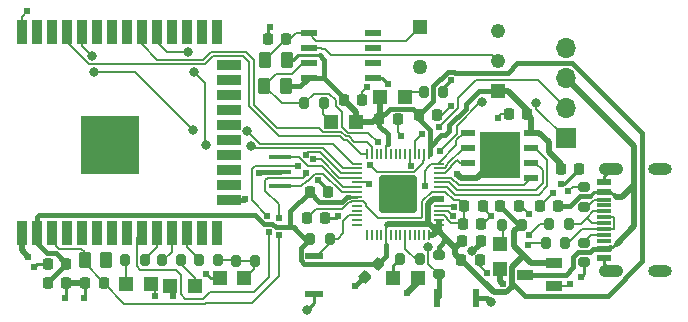
<source format=gtl>
%TF.GenerationSoftware,KiCad,Pcbnew,6.0.7-f9a2dced07~116~ubuntu20.04.1*%
%TF.CreationDate,2022-11-29T22:38:19-05:00*%
%TF.ProjectId,Final_project_no_connector,46696e61-6c5f-4707-926f-6a6563745f6e,rev?*%
%TF.SameCoordinates,Original*%
%TF.FileFunction,Copper,L1,Top*%
%TF.FilePolarity,Positive*%
%FSLAX46Y46*%
G04 Gerber Fmt 4.6, Leading zero omitted, Abs format (unit mm)*
G04 Created by KiCad (PCBNEW 6.0.7-f9a2dced07~116~ubuntu20.04.1) date 2022-11-29 22:38:19*
%MOMM*%
%LPD*%
G01*
G04 APERTURE LIST*
G04 Aperture macros list*
%AMRoundRect*
0 Rectangle with rounded corners*
0 $1 Rounding radius*
0 $2 $3 $4 $5 $6 $7 $8 $9 X,Y pos of 4 corners*
0 Add a 4 corners polygon primitive as box body*
4,1,4,$2,$3,$4,$5,$6,$7,$8,$9,$2,$3,0*
0 Add four circle primitives for the rounded corners*
1,1,$1+$1,$2,$3*
1,1,$1+$1,$4,$5*
1,1,$1+$1,$6,$7*
1,1,$1+$1,$8,$9*
0 Add four rect primitives between the rounded corners*
20,1,$1+$1,$2,$3,$4,$5,0*
20,1,$1+$1,$4,$5,$6,$7,0*
20,1,$1+$1,$6,$7,$8,$9,0*
20,1,$1+$1,$8,$9,$2,$3,0*%
G04 Aperture macros list end*
%TA.AperFunction,SMDPad,CuDef*%
%ADD10RoundRect,0.225000X-0.225000X-0.250000X0.225000X-0.250000X0.225000X0.250000X-0.225000X0.250000X0*%
%TD*%
%TA.AperFunction,SMDPad,CuDef*%
%ADD11R,1.460500X0.533400*%
%TD*%
%TA.AperFunction,SMDPad,CuDef*%
%ADD12R,1.219200X0.584200*%
%TD*%
%TA.AperFunction,SMDPad,CuDef*%
%ADD13R,3.403600X3.987800*%
%TD*%
%TA.AperFunction,ComponentPad*%
%ADD14R,1.218000X1.218000*%
%TD*%
%TA.AperFunction,ComponentPad*%
%ADD15C,1.218000*%
%TD*%
%TA.AperFunction,SMDPad,CuDef*%
%ADD16RoundRect,0.200000X0.200000X0.275000X-0.200000X0.275000X-0.200000X-0.275000X0.200000X-0.275000X0*%
%TD*%
%TA.AperFunction,SMDPad,CuDef*%
%ADD17RoundRect,0.200000X-0.200000X-0.275000X0.200000X-0.275000X0.200000X0.275000X-0.200000X0.275000X0*%
%TD*%
%TA.AperFunction,SMDPad,CuDef*%
%ADD18RoundRect,0.200000X0.275000X-0.200000X0.275000X0.200000X-0.275000X0.200000X-0.275000X-0.200000X0*%
%TD*%
%TA.AperFunction,SMDPad,CuDef*%
%ADD19R,1.200000X1.200000*%
%TD*%
%TA.AperFunction,SMDPad,CuDef*%
%ADD20R,1.900000X0.400000*%
%TD*%
%TA.AperFunction,SMDPad,CuDef*%
%ADD21RoundRect,0.225000X0.225000X0.250000X-0.225000X0.250000X-0.225000X-0.250000X0.225000X-0.250000X0*%
%TD*%
%TA.AperFunction,SMDPad,CuDef*%
%ADD22R,1.150000X0.600000*%
%TD*%
%TA.AperFunction,SMDPad,CuDef*%
%ADD23R,1.150000X0.300000*%
%TD*%
%TA.AperFunction,ComponentPad*%
%ADD24O,2.100000X1.050000*%
%TD*%
%TA.AperFunction,ComponentPad*%
%ADD25O,2.000000X1.000000*%
%TD*%
%TA.AperFunction,SMDPad,CuDef*%
%ADD26RoundRect,0.055000X0.220000X0.695000X-0.220000X0.695000X-0.220000X-0.695000X0.220000X-0.695000X0*%
%TD*%
%TA.AperFunction,SMDPad,CuDef*%
%ADD27RoundRect,0.200000X-0.275000X0.200000X-0.275000X-0.200000X0.275000X-0.200000X0.275000X0.200000X0*%
%TD*%
%TA.AperFunction,SMDPad,CuDef*%
%ADD28RoundRect,0.055000X0.695000X-0.220000X0.695000X0.220000X-0.695000X0.220000X-0.695000X-0.220000X0*%
%TD*%
%TA.AperFunction,SMDPad,CuDef*%
%ADD29R,0.900000X2.000000*%
%TD*%
%TA.AperFunction,SMDPad,CuDef*%
%ADD30R,2.000000X0.900000*%
%TD*%
%TA.AperFunction,SMDPad,CuDef*%
%ADD31R,5.000000X5.000000*%
%TD*%
%TA.AperFunction,SMDPad,CuDef*%
%ADD32RoundRect,0.250000X0.262500X0.450000X-0.262500X0.450000X-0.262500X-0.450000X0.262500X-0.450000X0*%
%TD*%
%TA.AperFunction,SMDPad,CuDef*%
%ADD33R,1.320800X0.939800*%
%TD*%
%TA.AperFunction,ComponentPad*%
%ADD34R,1.270000X1.270000*%
%TD*%
%TA.AperFunction,ComponentPad*%
%ADD35C,1.270000*%
%TD*%
%TA.AperFunction,SMDPad,CuDef*%
%ADD36RoundRect,0.225000X-0.017678X0.335876X-0.335876X0.017678X0.017678X-0.335876X0.335876X-0.017678X0*%
%TD*%
%TA.AperFunction,ComponentPad*%
%ADD37R,1.700000X1.700000*%
%TD*%
%TA.AperFunction,ComponentPad*%
%ADD38O,1.700000X1.700000*%
%TD*%
%TA.AperFunction,SMDPad,CuDef*%
%ADD39RoundRect,0.045000X-0.045000X-0.392500X0.045000X-0.392500X0.045000X0.392500X-0.045000X0.392500X0*%
%TD*%
%TA.AperFunction,SMDPad,CuDef*%
%ADD40RoundRect,0.045000X0.392500X-0.045000X0.392500X0.045000X-0.392500X0.045000X-0.392500X-0.045000X0*%
%TD*%
%TA.AperFunction,SMDPad,CuDef*%
%ADD41RoundRect,0.045000X0.045000X0.392500X-0.045000X0.392500X-0.045000X-0.392500X0.045000X-0.392500X0*%
%TD*%
%TA.AperFunction,SMDPad,CuDef*%
%ADD42RoundRect,0.045000X-0.392500X0.045000X-0.392500X-0.045000X0.392500X-0.045000X0.392500X0.045000X0*%
%TD*%
%TA.AperFunction,SMDPad,CuDef*%
%ADD43RoundRect,0.160000X-1.440000X1.440000X-1.440000X-1.440000X1.440000X-1.440000X1.440000X1.440000X0*%
%TD*%
%TA.AperFunction,ComponentPad*%
%ADD44C,0.609600*%
%TD*%
%TA.AperFunction,ViaPad*%
%ADD45C,0.609600*%
%TD*%
%TA.AperFunction,ViaPad*%
%ADD46C,0.800000*%
%TD*%
%TA.AperFunction,Conductor*%
%ADD47C,0.381000*%
%TD*%
%TA.AperFunction,Conductor*%
%ADD48C,0.203200*%
%TD*%
%TA.AperFunction,Conductor*%
%ADD49C,0.200000*%
%TD*%
%TA.AperFunction,Conductor*%
%ADD50C,0.254000*%
%TD*%
%TA.AperFunction,Conductor*%
%ADD51C,0.508000*%
%TD*%
%TA.AperFunction,Conductor*%
%ADD52C,0.250000*%
%TD*%
%TA.AperFunction,Conductor*%
%ADD53C,0.152400*%
%TD*%
G04 APERTURE END LIST*
D10*
%TO.P,C1,1*%
%TO.N,GND*%
X140195000Y-73609200D03*
%TO.P,C1,2*%
%TO.N,+3V3*%
X141745000Y-73609200D03*
%TD*%
%TO.P,C3,1*%
%TO.N,+3V3*%
X129225000Y-74041000D03*
%TO.P,C3,2*%
%TO.N,GND*%
X130775000Y-74041000D03*
%TD*%
D11*
%TO.P,U5,1,+*%
%TO.N,/Light_Sensing/AO*%
X123225850Y-66745000D03*
%TO.P,U5,2,-*%
%TO.N,Net-(RV1-Pad2)*%
X123225850Y-68015000D03*
%TO.P,U5,3*%
%TO.N,/GPIO0*%
X123225850Y-69285000D03*
%TO.P,U5,4,V+*%
%TO.N,+3V3*%
X123225850Y-70555000D03*
%TO.P,U5,5,V-*%
%TO.N,GND*%
X128674150Y-70555000D03*
%TO.P,U5,6*%
%TO.N,N/C*%
X128674150Y-69285000D03*
%TO.P,U5,7*%
X128674150Y-68015000D03*
%TO.P,U5,8*%
X128674150Y-66745000D03*
%TD*%
D10*
%TO.P,C11,1*%
%TO.N,Net-(C10-Pad1)*%
X136409000Y-81400000D03*
%TO.P,C11,2*%
%TO.N,GND*%
X137959000Y-81400000D03*
%TD*%
%TO.P,C10,1*%
%TO.N,Net-(C10-Pad1)*%
X123075000Y-82450000D03*
%TO.P,C10,2*%
%TO.N,GND*%
X124625000Y-82450000D03*
%TD*%
%TO.P,C16,1*%
%TO.N,+3V3*%
X101166000Y-87900000D03*
%TO.P,C16,2*%
%TO.N,GND*%
X102716000Y-87900000D03*
%TD*%
D12*
%TO.P,U3,1,~{CS}*%
%TO.N,/BOOT*%
X136707600Y-75195000D03*
%TO.P,U3,2,DO/IO1*%
%TO.N,Net-(U1-Pad55)*%
X136707600Y-76465000D03*
%TO.P,U3,3,~{WP}/IO2*%
%TO.N,Net-(U1-Pad54)*%
X136707600Y-77735000D03*
%TO.P,U3,4,GND*%
%TO.N,GND*%
X136707600Y-79005000D03*
%TO.P,U3,5,DI/IO0*%
%TO.N,Net-(U1-Pad53)*%
X142092400Y-79005000D03*
%TO.P,U3,6,SCK*%
%TO.N,Net-(U1-Pad52)*%
X142092400Y-77735000D03*
%TO.P,U3,7,~{HOLD}/IO3*%
%TO.N,Net-(U1-Pad51)*%
X142092400Y-76465000D03*
%TO.P,U3,8,VDD*%
%TO.N,+3V3*%
X142092400Y-75195000D03*
D13*
%TO.P,U3,9,EP*%
%TO.N,GND*%
X139400000Y-77100000D03*
%TD*%
D14*
%TO.P,RV1,1,1*%
%TO.N,+3V3*%
X139270000Y-71640000D03*
D15*
%TO.P,RV1,2,2*%
%TO.N,Net-(RV1-Pad2)*%
X139270000Y-69100000D03*
%TO.P,RV1,3,3*%
%TO.N,GND*%
X139270000Y-66560000D03*
%TD*%
D16*
%TO.P,R11,1*%
%TO.N,/WiFi_Module/GREEN*%
X109360000Y-86000000D03*
%TO.P,R11,2*%
%TO.N,Net-(D4-Pad2)*%
X107710000Y-86000000D03*
%TD*%
%TO.P,R6,1*%
%TO.N,Net-(J1-PadA6)*%
X145274800Y-82931000D03*
%TO.P,R6,2*%
%TO.N,Net-(R6-Pad2)*%
X143624800Y-82931000D03*
%TD*%
D10*
%TO.P,C14,1*%
%TO.N,GND*%
X104325000Y-87900000D03*
%TO.P,C14,2*%
%TO.N,/GPIO15*%
X105875000Y-87900000D03*
%TD*%
D16*
%TO.P,R8,1*%
%TO.N,+3V3*%
X141290000Y-83000000D03*
%TO.P,R8,2*%
%TO.N,Net-(D2-Pad2)*%
X139640000Y-83000000D03*
%TD*%
D17*
%TO.P,R10,1*%
%TO.N,/WiFi_Module/RED*%
X110810000Y-86000000D03*
%TO.P,R10,2*%
%TO.N,Net-(D3-Pad2)*%
X112460000Y-86000000D03*
%TD*%
D18*
%TO.P,R3,1*%
%TO.N,/BOOT*%
X134239000Y-87185000D03*
%TO.P,R3,2*%
%TO.N,+3V3*%
X134239000Y-85535000D03*
%TD*%
D16*
%TO.P,R7,1*%
%TO.N,/GPIO25*%
X132625000Y-85852000D03*
%TO.P,R7,2*%
%TO.N,Net-(D1-Pad2)*%
X130975000Y-85852000D03*
%TD*%
D19*
%TO.P,D2,1,K*%
%TO.N,GND*%
X139400000Y-86750000D03*
%TO.P,D2,2,A*%
%TO.N,Net-(D2-Pad2)*%
X139400000Y-84650000D03*
%TD*%
%TO.P,D7,1,K*%
%TO.N,Net-(D7-Pad1)*%
X125150000Y-74300000D03*
%TO.P,D7,2,A*%
%TO.N,+3V3*%
X127250000Y-74300000D03*
%TD*%
D10*
%TO.P,C4,1*%
%TO.N,+3V3*%
X123325000Y-80200000D03*
%TO.P,C4,2*%
%TO.N,GND*%
X124875000Y-80200000D03*
%TD*%
D17*
%TO.P,R12,1*%
%TO.N,/WiFi_Module/BLUE*%
X113910000Y-86000000D03*
%TO.P,R12,2*%
%TO.N,Net-(D5-Pad2)*%
X115560000Y-86000000D03*
%TD*%
D20*
%TO.P,Y1,1,1*%
%TO.N,Net-(U1-Pad20)*%
X120777000Y-77286000D03*
%TO.P,Y1,2,2*%
%TO.N,GND*%
X120777000Y-78486000D03*
%TO.P,Y1,3,3*%
%TO.N,Net-(U1-Pad21)*%
X120777000Y-79686000D03*
%TD*%
D10*
%TO.P,C13,1*%
%TO.N,+3V3*%
X144614600Y-78257400D03*
%TO.P,C13,2*%
%TO.N,GND*%
X146164600Y-78257400D03*
%TD*%
D21*
%TO.P,C17,1*%
%TO.N,GND*%
X127775000Y-72390000D03*
%TO.P,C17,2*%
%TO.N,+3V3*%
X126225000Y-72390000D03*
%TD*%
D22*
%TO.P,J1,A1B12,GND*%
%TO.N,GND*%
X148248000Y-85800800D03*
%TO.P,J1,A4B9,VBUS*%
%TO.N,/VBUS*%
X148248000Y-85000800D03*
D23*
%TO.P,J1,A5,CC1*%
%TO.N,Net-(J1-PadA5)*%
X148248000Y-83850800D03*
%TO.P,J1,A6,D+*%
%TO.N,Net-(J1-PadA6)*%
X148248000Y-82850800D03*
%TO.P,J1,A7,D-*%
%TO.N,Net-(J1-PadA7)*%
X148248000Y-82350800D03*
%TO.P,J1,A8,SBU1*%
%TO.N,unconnected-(J1-PadA8)*%
X148248000Y-81350800D03*
D22*
%TO.P,J1,B1A12,GND*%
%TO.N,GND*%
X148248000Y-79400800D03*
%TO.P,J1,B4A9,VBUS*%
%TO.N,/VBUS*%
X148248000Y-80200800D03*
D23*
%TO.P,J1,B5,CC2*%
%TO.N,Net-(J1-PadB5)*%
X148248000Y-80850800D03*
%TO.P,J1,B6,D+*%
%TO.N,Net-(J1-PadA6)*%
X148248000Y-81850800D03*
%TO.P,J1,B7,D-*%
%TO.N,Net-(J1-PadA7)*%
X148248000Y-83350800D03*
%TO.P,J1,B8,SBU2*%
%TO.N,unconnected-(J1-PadB8)*%
X148248000Y-84350800D03*
D24*
%TO.P,J1,S1,SHELL*%
%TO.N,GND*%
X148823000Y-86920800D03*
D25*
%TO.P,J1,S2,SHELL*%
X153003000Y-86920800D03*
%TO.P,J1,S3,SHELL*%
X153003000Y-78280800D03*
D24*
%TO.P,J1,S4,SHELL*%
X148823000Y-78280800D03*
%TD*%
D10*
%TO.P,C8,1*%
%TO.N,+3V3*%
X136252800Y-84400000D03*
%TO.P,C8,2*%
%TO.N,GND*%
X137802800Y-84400000D03*
%TD*%
D26*
%TO.P,S2,1,1*%
%TO.N,GND*%
X137388000Y-89154000D03*
%TO.P,S2,2,2*%
%TO.N,/BOOT*%
X134138000Y-89154000D03*
%TD*%
D27*
%TO.P,R4,1*%
%TO.N,Net-(J1-PadA5)*%
X146507200Y-84519000D03*
%TO.P,R4,2*%
%TO.N,GND*%
X146507200Y-86169000D03*
%TD*%
D28*
%TO.P,S1,1,1*%
%TO.N,GND*%
X123650000Y-88875000D03*
%TO.P,S1,2,2*%
%TO.N,/RUN*%
X123650000Y-85625000D03*
%TD*%
D18*
%TO.P,R1,1*%
%TO.N,Net-(J1-PadB5)*%
X146558000Y-81444600D03*
%TO.P,R1,2*%
%TO.N,GND*%
X146558000Y-79794600D03*
%TD*%
D17*
%TO.P,R13,1*%
%TO.N,Net-(D5-Pad2)*%
X117060000Y-86050000D03*
%TO.P,R13,2*%
X118710000Y-86050000D03*
%TD*%
D29*
%TO.P,U4,1,GND*%
%TO.N,GND*%
X98940000Y-83700000D03*
%TO.P,U4,2,3V3*%
%TO.N,+3V3*%
X100210000Y-83700000D03*
%TO.P,U4,3,EN*%
%TO.N,/GPIO15*%
X101480000Y-83700000D03*
%TO.P,U4,4,SENSOR_VP*%
%TO.N,unconnected-(U4-Pad4)*%
X102750000Y-83700000D03*
%TO.P,U4,5,SENSOR_VN*%
%TO.N,unconnected-(U4-Pad5)*%
X104020000Y-83700000D03*
%TO.P,U4,6,IO34*%
%TO.N,unconnected-(U4-Pad6)*%
X105290000Y-83700000D03*
%TO.P,U4,7,IO35*%
%TO.N,unconnected-(U4-Pad7)*%
X106560000Y-83700000D03*
%TO.P,U4,8,IO32*%
%TO.N,unconnected-(U4-Pad8)*%
X107830000Y-83700000D03*
%TO.P,U4,9,IO33*%
%TO.N,/GPIO14*%
X109100000Y-83700000D03*
%TO.P,U4,10,IO25*%
%TO.N,/WiFi_Module/GREEN*%
X110370000Y-83700000D03*
%TO.P,U4,11,IO26*%
%TO.N,/WiFi_Module/RED*%
X111640000Y-83700000D03*
%TO.P,U4,12,IO27*%
%TO.N,/WiFi_Module/BLUE*%
X112910000Y-83700000D03*
%TO.P,U4,13,IO14*%
%TO.N,unconnected-(U4-Pad13)*%
X114180000Y-83700000D03*
%TO.P,U4,14,IO12*%
%TO.N,unconnected-(U4-Pad14)*%
X115450000Y-83700000D03*
D30*
%TO.P,U4,15,GND*%
%TO.N,GND*%
X116450000Y-80915000D03*
%TO.P,U4,16,IO13*%
%TO.N,unconnected-(U4-Pad16)*%
X116450000Y-79645000D03*
%TO.P,U4,17,SHD/SD2*%
%TO.N,unconnected-(U4-Pad17)*%
X116450000Y-78375000D03*
%TO.P,U4,18,SWP/SD3*%
%TO.N,unconnected-(U4-Pad18)*%
X116450000Y-77105000D03*
%TO.P,U4,19,SCS/CMD*%
%TO.N,unconnected-(U4-Pad19)*%
X116450000Y-75835000D03*
%TO.P,U4,20,SCK/CLK*%
%TO.N,unconnected-(U4-Pad20)*%
X116450000Y-74565000D03*
%TO.P,U4,21,SDO/SD0*%
%TO.N,unconnected-(U4-Pad21)*%
X116450000Y-73295000D03*
%TO.P,U4,22,SDI/SD1*%
%TO.N,unconnected-(U4-Pad22)*%
X116450000Y-72025000D03*
%TO.P,U4,23,IO15*%
%TO.N,unconnected-(U4-Pad23)*%
X116450000Y-70755000D03*
%TO.P,U4,24,IO2*%
%TO.N,unconnected-(U4-Pad24)*%
X116450000Y-69485000D03*
D29*
%TO.P,U4,25,IO0*%
%TO.N,unconnected-(U4-Pad25)*%
X115450000Y-66700000D03*
%TO.P,U4,26,IO4*%
%TO.N,unconnected-(U4-Pad26)*%
X114180000Y-66700000D03*
%TO.P,U4,27,IO16*%
%TO.N,unconnected-(U4-Pad27)*%
X112910000Y-66700000D03*
%TO.P,U4,28,IO17*%
%TO.N,unconnected-(U4-Pad28)*%
X111640000Y-66700000D03*
%TO.P,U4,29,IO5*%
%TO.N,/GPIO13*%
X110370000Y-66700000D03*
%TO.P,U4,30,IO18*%
%TO.N,/GPIO10*%
X109100000Y-66700000D03*
%TO.P,U4,31,IO19*%
%TO.N,unconnected-(U4-Pad31)*%
X107830000Y-66700000D03*
%TO.P,U4,32,NC*%
%TO.N,unconnected-(U4-Pad32)*%
X106560000Y-66700000D03*
%TO.P,U4,33,IO21*%
%TO.N,unconnected-(U4-Pad33)*%
X105290000Y-66700000D03*
%TO.P,U4,34,RXD0*%
%TO.N,/GPIO12*%
X104020000Y-66700000D03*
%TO.P,U4,35,TXD0*%
%TO.N,/GPIO11*%
X102750000Y-66700000D03*
%TO.P,U4,36,IO22*%
%TO.N,unconnected-(U4-Pad36)*%
X101480000Y-66700000D03*
%TO.P,U4,37,IO23*%
%TO.N,unconnected-(U4-Pad37)*%
X100210000Y-66700000D03*
%TO.P,U4,38,GND*%
%TO.N,GND*%
X98940000Y-66700000D03*
D31*
%TO.P,U4,39_1,GND*%
X106440000Y-76200000D03*
%TD*%
D19*
%TO.P,D6,1,K*%
%TO.N,Net-(D6-Pad1)*%
X131350000Y-72150000D03*
%TO.P,D6,2,A*%
%TO.N,+3V3*%
X129250000Y-72150000D03*
%TD*%
D32*
%TO.P,R16,1*%
%TO.N,+3V3*%
X121312500Y-71250000D03*
%TO.P,R16,2*%
%TO.N,/GPIO0*%
X119487500Y-71250000D03*
%TD*%
%TO.P,R9,1*%
%TO.N,+3.3V*%
X106112500Y-86000000D03*
%TO.P,R9,2*%
%TO.N,/GPIO15*%
X104287500Y-86000000D03*
%TD*%
D16*
%TO.P,R5,1*%
%TO.N,Net-(J1-PadA7)*%
X144970000Y-84531200D03*
%TO.P,R5,2*%
%TO.N,Net-(R5-Pad2)*%
X143320000Y-84531200D03*
%TD*%
D10*
%TO.P,C18,1*%
%TO.N,GND*%
X119798800Y-67284600D03*
%TO.P,C18,2*%
%TO.N,/Light_Sensing/AO*%
X121348800Y-67284600D03*
%TD*%
%TO.P,C12,1*%
%TO.N,GND*%
X142784000Y-81400000D03*
%TO.P,C12,2*%
%TO.N,/VBUS*%
X144334000Y-81400000D03*
%TD*%
D33*
%TO.P,U2,1,GND*%
%TO.N,GND*%
X143968600Y-88148201D03*
%TO.P,U2,2,VOUT*%
%TO.N,+3V3*%
X143968600Y-86248199D03*
%TO.P,U2,3,VIN*%
%TO.N,/VBUS*%
X141578200Y-87198200D03*
%TD*%
D16*
%TO.P,R17,1*%
%TO.N,Net-(D7-Pad1)*%
X124525000Y-72700000D03*
%TO.P,R17,2*%
%TO.N,/GPIO0*%
X122875000Y-72700000D03*
%TD*%
D21*
%TO.P,C15,1*%
%TO.N,+3V3*%
X102675000Y-86300000D03*
%TO.P,C15,2*%
%TO.N,GND*%
X101125000Y-86300000D03*
%TD*%
D10*
%TO.P,C9,1*%
%TO.N,Net-(C10-Pad1)*%
X136275000Y-82900000D03*
%TO.P,C9,2*%
%TO.N,GND*%
X137825000Y-82900000D03*
%TD*%
%TO.P,C6,1*%
%TO.N,+3V3*%
X136175000Y-85950000D03*
%TO.P,C6,2*%
%TO.N,GND*%
X137725000Y-85950000D03*
%TD*%
D34*
%TO.P,R18,1*%
%TO.N,/Light_Sensing/AO*%
X132638800Y-66268600D03*
D35*
%TO.P,R18,2*%
%TO.N,GND*%
X132638800Y-69668601D03*
%TD*%
D36*
%TO.P,C5,1*%
%TO.N,+3V3*%
X129098008Y-86301992D03*
%TO.P,C5,2*%
%TO.N,GND*%
X128001992Y-87398008D03*
%TD*%
D10*
%TO.P,C7,1*%
%TO.N,+3V3*%
X139458400Y-81400000D03*
%TO.P,C7,2*%
%TO.N,GND*%
X141008400Y-81400000D03*
%TD*%
D19*
%TO.P,D4,1,K*%
%TO.N,GND*%
X109889000Y-88011000D03*
%TO.P,D4,2,A*%
%TO.N,Net-(D4-Pad2)*%
X107789000Y-88011000D03*
%TD*%
D37*
%TO.P,J2,1,Pin_1*%
%TO.N,/GPIO3*%
X145000000Y-75650000D03*
D38*
%TO.P,J2,2,Pin_2*%
%TO.N,/GPIO2*%
X145000000Y-73110000D03*
%TO.P,J2,3,Pin_3*%
%TO.N,/VBUS*%
X145000000Y-70570000D03*
%TO.P,J2,4,Pin_4*%
%TO.N,GND*%
X145000000Y-68030000D03*
%TD*%
D19*
%TO.P,D3,1,K*%
%TO.N,GND*%
X111472000Y-88138000D03*
%TO.P,D3,2,A*%
%TO.N,Net-(D3-Pad2)*%
X113572000Y-88138000D03*
%TD*%
D32*
%TO.P,R15,1*%
%TO.N,+3V3*%
X121359300Y-69037200D03*
%TO.P,R15,2*%
%TO.N,/Light_Sensing/AO*%
X119534300Y-69037200D03*
%TD*%
D19*
%TO.P,D5,1,K*%
%TO.N,GND*%
X115688400Y-87528400D03*
%TO.P,D5,2,A*%
%TO.N,Net-(D5-Pad2)*%
X117788400Y-87528400D03*
%TD*%
D17*
%TO.P,R14,1*%
%TO.N,Net-(D6-Pad1)*%
X132975000Y-71755000D03*
%TO.P,R14,2*%
%TO.N,GND*%
X134625000Y-71755000D03*
%TD*%
D16*
%TO.P,R2,1*%
%TO.N,/RUN*%
X125025000Y-84150000D03*
%TO.P,R2,2*%
%TO.N,+3V3*%
X123375000Y-84150000D03*
%TD*%
D10*
%TO.P,C2,1*%
%TO.N,+3V3*%
X132575000Y-73660000D03*
%TO.P,C2,2*%
%TO.N,GND*%
X134125000Y-73660000D03*
%TD*%
D19*
%TO.P,D1,1,K*%
%TO.N,GND*%
X132495000Y-87503000D03*
%TO.P,D1,2,A*%
%TO.N,Net-(D1-Pad2)*%
X130395000Y-87503000D03*
%TD*%
D39*
%TO.P,U1,1,IOVDD*%
%TO.N,+3V3*%
X133400000Y-76962500D03*
%TO.P,U1,2,GPIO0*%
%TO.N,/GPIO0*%
X133000000Y-76962500D03*
%TO.P,U1,3,GPIO1*%
%TO.N,/GPIO1*%
X132600000Y-76962500D03*
%TO.P,U1,4,GPIO2*%
%TO.N,/GPIO2*%
X132200000Y-76962500D03*
%TO.P,U1,5,GPIO3*%
%TO.N,/GPIO3*%
X131800000Y-76962500D03*
%TO.P,U1,6,GPIO4*%
%TO.N,/GPIO4*%
X131400000Y-76962500D03*
%TO.P,U1,7,GPIO5*%
%TO.N,/GPIO5*%
X131000000Y-76962500D03*
%TO.P,U1,8,GPIO6*%
%TO.N,/GPIO6*%
X130600000Y-76962500D03*
%TO.P,U1,9,GPIO7*%
%TO.N,/GPIO7*%
X130200000Y-76962500D03*
%TO.P,U1,10,IOVDD*%
%TO.N,+3V3*%
X129800000Y-76962500D03*
%TO.P,U1,11,GPIO8*%
%TO.N,/GPIO8*%
X129400000Y-76962500D03*
%TO.P,U1,12,GPIO9*%
%TO.N,/GPIO9*%
X129000000Y-76962500D03*
%TO.P,U1,13,GPIO10*%
%TO.N,/GPIO10*%
X128600000Y-76962500D03*
%TO.P,U1,14,GPIO11*%
%TO.N,/GPIO11*%
X128200000Y-76962500D03*
D40*
%TO.P,U1,15,GPIO12*%
%TO.N,/GPIO12*%
X127362500Y-77800000D03*
%TO.P,U1,16,GPIO13*%
%TO.N,/GPIO13*%
X127362500Y-78200000D03*
%TO.P,U1,17,GPIO14*%
%TO.N,/GPIO14*%
X127362500Y-78600000D03*
%TO.P,U1,18,GPIO15*%
%TO.N,/GPIO15*%
X127362500Y-79000000D03*
%TO.P,U1,19,TESTEN*%
%TO.N,GND*%
X127362500Y-79400000D03*
%TO.P,U1,20,XIN*%
%TO.N,Net-(U1-Pad20)*%
X127362500Y-79800000D03*
%TO.P,U1,21,XOUT*%
%TO.N,Net-(U1-Pad21)*%
X127362500Y-80200000D03*
%TO.P,U1,22,IOVDD*%
%TO.N,+3V3*%
X127362500Y-80600000D03*
%TO.P,U1,23,DVDD*%
%TO.N,Net-(C10-Pad1)*%
X127362500Y-81000000D03*
%TO.P,U1,24,SWCLK*%
%TO.N,/SWCLK*%
X127362500Y-81400000D03*
%TO.P,U1,25,SWDIO*%
%TO.N,/SWDIO*%
X127362500Y-81800000D03*
%TO.P,U1,26,RUN*%
%TO.N,/RUN*%
X127362500Y-82200000D03*
%TO.P,U1,27,GPIO16*%
%TO.N,/GPIO16*%
X127362500Y-82600000D03*
%TO.P,U1,28,GPIO17*%
%TO.N,/GPIO17*%
X127362500Y-83000000D03*
D41*
%TO.P,U1,29,GPIO18*%
%TO.N,/GPIO18*%
X128200000Y-83837500D03*
%TO.P,U1,30,GPIO19*%
%TO.N,/GPIO19*%
X128600000Y-83837500D03*
%TO.P,U1,31,GPIO20*%
%TO.N,/GPIO20*%
X129000000Y-83837500D03*
%TO.P,U1,32,GPIO21*%
%TO.N,/GPIO21*%
X129400000Y-83837500D03*
%TO.P,U1,33,IOVDD*%
%TO.N,+3V3*%
X129800000Y-83837500D03*
%TO.P,U1,34,GPIO22*%
%TO.N,/GPIO22*%
X130200000Y-83837500D03*
%TO.P,U1,35,GPIO23*%
%TO.N,/GPIO23*%
X130600000Y-83837500D03*
%TO.P,U1,36,GPIO24*%
%TO.N,/GPIO24*%
X131000000Y-83837500D03*
%TO.P,U1,37,GPIO25*%
%TO.N,/GPIO25*%
X131400000Y-83837500D03*
%TO.P,U1,38,GPIO26/ADC0*%
%TO.N,/GPIO26*%
X131800000Y-83837500D03*
%TO.P,U1,39,GPIO27/ADC1*%
%TO.N,/GPIO27*%
X132200000Y-83837500D03*
%TO.P,U1,40,GPIO28/ADC2*%
%TO.N,/GPIO28*%
X132600000Y-83837500D03*
%TO.P,U1,41,GPIO29/ADC3*%
%TO.N,/GPIO29*%
X133000000Y-83837500D03*
%TO.P,U1,42,IOVDD*%
%TO.N,+3V3*%
X133400000Y-83837500D03*
D42*
%TO.P,U1,43,ADC_AVDD*%
X134237500Y-83000000D03*
%TO.P,U1,44,VREG_VIN*%
X134237500Y-82600000D03*
%TO.P,U1,45,VREG_VOUT*%
%TO.N,Net-(C10-Pad1)*%
X134237500Y-82200000D03*
%TO.P,U1,46,USB_D-*%
%TO.N,Net-(R5-Pad2)*%
X134237500Y-81800000D03*
%TO.P,U1,47,USB_D+*%
%TO.N,Net-(R6-Pad2)*%
X134237500Y-81400000D03*
%TO.P,U1,48,USB_VDD*%
%TO.N,+3V3*%
X134237500Y-81000000D03*
%TO.P,U1,49,IOVDD*%
X134237500Y-80600000D03*
%TO.P,U1,50,DVDD*%
%TO.N,Net-(C10-Pad1)*%
X134237500Y-80200000D03*
%TO.P,U1,51,QSPI_SD3*%
%TO.N,Net-(U1-Pad51)*%
X134237500Y-79800000D03*
%TO.P,U1,52,QSPI_SCLK*%
%TO.N,Net-(U1-Pad52)*%
X134237500Y-79400000D03*
%TO.P,U1,53,QSPI_SD0*%
%TO.N,Net-(U1-Pad53)*%
X134237500Y-79000000D03*
%TO.P,U1,54,QSPI_SD2*%
%TO.N,Net-(U1-Pad54)*%
X134237500Y-78600000D03*
%TO.P,U1,55,QSPI_SD1*%
%TO.N,Net-(U1-Pad55)*%
X134237500Y-78200000D03*
%TO.P,U1,56,~{QSPI_CS}*%
%TO.N,/BOOT*%
X134237500Y-77800000D03*
D43*
%TO.P,U1,57,GND*%
%TO.N,GND*%
X130800000Y-80400000D03*
D44*
X130000000Y-79600000D03*
X130000000Y-81200000D03*
X131600000Y-79600000D03*
X131600000Y-81200000D03*
%TD*%
D45*
%TO.N,GND*%
X105537000Y-78054200D03*
X138650000Y-82250000D03*
D46*
X138684000Y-89535000D03*
D45*
X104698800Y-77190600D03*
X144627600Y-79552800D03*
X145364200Y-87985600D03*
X99491800Y-85674200D03*
X104216200Y-89154000D03*
X135810034Y-78655423D03*
X125714852Y-82264852D03*
X145231486Y-80156686D03*
X105765600Y-74523600D03*
X139649200Y-87960200D03*
X128192397Y-71338058D03*
X128371600Y-79502000D03*
X124000071Y-79209429D03*
X111785400Y-88976200D03*
X102590600Y-89179400D03*
X108305600Y-75387200D03*
X143916400Y-80264000D03*
X131572000Y-88773000D03*
X106426000Y-75311000D03*
X131064000Y-75438000D03*
X110210600Y-88976200D03*
X114554000Y-87122000D03*
X107442000Y-74523600D03*
X141884400Y-82042000D03*
X119066700Y-78629900D03*
X108381800Y-77190600D03*
X146304000Y-87376000D03*
X119964200Y-66217800D03*
X106426000Y-76911200D03*
X127152400Y-88188800D03*
D46*
X123063000Y-90170000D03*
D45*
X104622600Y-75463400D03*
X139242800Y-73914000D03*
X117858100Y-80838426D03*
X99949000Y-86588600D03*
X135289098Y-70722298D03*
X135255000Y-72898000D03*
X105613200Y-76225400D03*
X107365800Y-76225400D03*
X129943800Y-71043800D03*
X99390200Y-64922400D03*
X138344000Y-87055600D03*
X107365800Y-78028800D03*
D46*
X137080885Y-85212219D03*
D45*
%TO.N,/GPIO15*%
X123631566Y-77458971D03*
X120700800Y-83870800D03*
X120700800Y-82448400D03*
X122986800Y-78638400D03*
D46*
%TO.N,/GPIO3*%
X142494000Y-72644000D03*
D45*
X131927600Y-78028800D03*
X134315200Y-76758800D03*
D46*
X137927017Y-72624656D03*
D45*
%TO.N,/GPIO2*%
X134242988Y-74698337D03*
X132791200Y-75285600D03*
D46*
%TO.N,/BOOT*%
X133311479Y-84873029D03*
D45*
X133049533Y-79706266D03*
%TO.N,Net-(R5-Pad2)*%
X141776757Y-84680599D03*
X135480282Y-82273876D03*
%TO.N,Net-(R6-Pad2)*%
X135502300Y-81508600D03*
X141857899Y-83875575D03*
%TO.N,/GPIO0*%
X129082800Y-75996800D03*
X128398196Y-77897483D03*
D46*
%TO.N,/GPIO12*%
X118047649Y-75062094D03*
X104902000Y-68724300D03*
X105029000Y-70075700D03*
X113411000Y-74930000D03*
%TO.N,/GPIO13*%
X113022302Y-68318302D03*
X113538000Y-70075700D03*
X118364000Y-76327000D03*
X114579400Y-76200000D03*
D45*
%TO.N,/GPIO14*%
X119888000Y-83566000D03*
X122326400Y-77978000D03*
X119735600Y-82245200D03*
X122982961Y-77059975D03*
%TD*%
D47*
%TO.N,GND*%
X128001992Y-87398008D02*
X127943192Y-87398008D01*
D48*
X130775000Y-75149000D02*
X131064000Y-75438000D01*
D47*
X117781526Y-80915000D02*
X117858100Y-80838426D01*
D49*
X139547600Y-73609200D02*
X139242800Y-73914000D01*
X107340400Y-76200000D02*
X107365800Y-76225400D01*
D50*
X144869200Y-79552800D02*
X144627600Y-79552800D01*
D49*
X98940000Y-65372600D02*
X99390200Y-64922400D01*
D51*
X137495000Y-79005000D02*
X136707600Y-79005000D01*
D48*
X111472000Y-88138000D02*
X111472000Y-88662800D01*
D49*
X105638600Y-76200000D02*
X105613200Y-76225400D01*
D52*
X104325000Y-87900000D02*
X104325000Y-89045200D01*
X124875000Y-80200000D02*
X124875000Y-80084358D01*
X124875000Y-80084358D02*
X124000071Y-79209429D01*
X104325000Y-89045200D02*
X104216200Y-89154000D01*
D51*
X131572000Y-88773000D02*
X132495000Y-87850000D01*
D52*
X134625000Y-71386396D02*
X135289098Y-70722298D01*
D51*
X132495000Y-87850000D02*
X132495000Y-87503000D01*
D49*
X137959000Y-81400000D02*
X137959000Y-81559000D01*
D48*
X130775000Y-74041000D02*
X130775000Y-75149000D01*
D50*
X148248000Y-86345800D02*
X148823000Y-86920800D01*
D49*
X106440000Y-75325000D02*
X106426000Y-75311000D01*
D52*
X129455000Y-70555000D02*
X129943800Y-71043800D01*
D49*
X146558000Y-79794600D02*
X145593572Y-79794600D01*
X140195000Y-73609200D02*
X139547600Y-73609200D01*
D47*
X137388000Y-89154000D02*
X138303000Y-89154000D01*
D50*
X146164600Y-78257400D02*
X144869200Y-79552800D01*
D47*
X127943192Y-87398008D02*
X127152400Y-88188800D01*
X116450000Y-80915000D02*
X117781526Y-80915000D01*
D49*
X128192397Y-71338058D02*
X127775000Y-71755455D01*
D50*
X146507200Y-86169000D02*
X146507200Y-87172800D01*
D52*
X134625000Y-71755000D02*
X134625000Y-71386396D01*
D51*
X136707600Y-79005000D02*
X136159611Y-79005000D01*
D50*
X148248000Y-78855800D02*
X148823000Y-78280800D01*
D52*
X100237600Y-86300000D02*
X99949000Y-86588600D01*
X101125000Y-86300000D02*
X100237600Y-86300000D01*
D49*
X127362500Y-79400000D02*
X128269600Y-79400000D01*
X145593572Y-79794600D02*
X145231486Y-80156686D01*
X141242400Y-81400000D02*
X141884400Y-82042000D01*
D50*
X148248000Y-79400800D02*
X148248000Y-78855800D01*
D47*
X120777000Y-78486000D02*
X119210600Y-78486000D01*
D49*
X137959000Y-81559000D02*
X138650000Y-82250000D01*
D51*
X139400000Y-77100000D02*
X137495000Y-79005000D01*
D52*
X128674150Y-70555000D02*
X129455000Y-70555000D01*
D49*
X127775000Y-71755455D02*
X127775000Y-72390000D01*
D47*
X137825000Y-82900000D02*
X138000000Y-82900000D01*
D52*
X102716000Y-89054000D02*
X102590600Y-89179400D01*
X125529704Y-82450000D02*
X124625000Y-82450000D01*
D49*
X143968600Y-88148201D02*
X145201599Y-88148201D01*
X137725000Y-86436600D02*
X138344000Y-87055600D01*
D48*
X110210600Y-88976200D02*
X110210600Y-88332600D01*
D49*
X137725000Y-85950000D02*
X137725000Y-86436600D01*
D48*
X111472000Y-88662800D02*
X111785400Y-88976200D01*
D47*
X137802800Y-84490304D02*
X137080885Y-85212219D01*
D50*
X114960400Y-87528400D02*
X115688400Y-87528400D01*
D52*
X119798800Y-66383200D02*
X119964200Y-66217800D01*
D50*
X148248000Y-85800800D02*
X148248000Y-86345800D01*
X114554000Y-87122000D02*
X114960400Y-87528400D01*
D51*
X139400000Y-86750000D02*
X139400000Y-87711000D01*
X98940000Y-85122400D02*
X99491800Y-85674200D01*
D47*
X138303000Y-89154000D02*
X138684000Y-89535000D01*
D50*
X123650000Y-88875000D02*
X123650000Y-89583000D01*
X123650000Y-89583000D02*
X123063000Y-90170000D01*
D49*
X142784000Y-81396400D02*
X143916400Y-80264000D01*
X98940000Y-66700000D02*
X98940000Y-65372600D01*
X134493000Y-73660000D02*
X134125000Y-73660000D01*
D51*
X104272200Y-87900000D02*
X102700000Y-87900000D01*
D47*
X137802800Y-84400000D02*
X137802800Y-84490304D01*
D49*
X142784000Y-81400000D02*
X142784000Y-81396400D01*
D52*
X102716000Y-87900000D02*
X102716000Y-89054000D01*
D51*
X139400000Y-87711000D02*
X139649200Y-87960200D01*
D47*
X119210600Y-78486000D02*
X119066700Y-78629900D01*
D49*
X145201599Y-88148201D02*
X145364200Y-87985600D01*
D51*
X137734000Y-84521600D02*
X137855600Y-84400000D01*
X136159611Y-79005000D02*
X135810034Y-78655423D01*
D50*
X146507200Y-87172800D02*
X146304000Y-87376000D01*
D53*
X138000000Y-82900000D02*
X138650000Y-82250000D01*
D51*
X98940000Y-83700000D02*
X98940000Y-85122400D01*
D49*
X141008400Y-81400000D02*
X141242400Y-81400000D01*
X135255000Y-72898000D02*
X134493000Y-73660000D01*
D47*
X137825000Y-84377800D02*
X137802800Y-84400000D01*
D49*
X128269600Y-79400000D02*
X128371600Y-79502000D01*
D52*
X125714852Y-82264852D02*
X125529704Y-82450000D01*
D49*
X106440000Y-76897200D02*
X106426000Y-76911200D01*
D52*
X119798800Y-67284600D02*
X119798800Y-66383200D01*
D47*
%TO.N,+3V3*%
X129225000Y-74615000D02*
X129921000Y-75311000D01*
D51*
X133347901Y-81213723D02*
X133761624Y-80800000D01*
X138934294Y-88719000D02*
X135650000Y-85434706D01*
D47*
X133765500Y-71262593D02*
X133765500Y-72469500D01*
X135577101Y-70026998D02*
X135001095Y-70026998D01*
X126225000Y-72250000D02*
X124530000Y-70555000D01*
X145542000Y-69291200D02*
X140893800Y-69291200D01*
D51*
X129945699Y-82954301D02*
X129900000Y-83000000D01*
D47*
X129225000Y-74041000D02*
X129225000Y-74615000D01*
X129098008Y-86301992D02*
X129800000Y-85600000D01*
X123325000Y-80200000D02*
X124142900Y-81017900D01*
X120437280Y-83200000D02*
X121681000Y-83200000D01*
X123225850Y-70555000D02*
X122530850Y-71250000D01*
X140893800Y-69291200D02*
X140085500Y-70099500D01*
X126225000Y-72390000D02*
X126225000Y-72250000D01*
X148564100Y-89002100D02*
X151482768Y-86083432D01*
X101182000Y-87900000D02*
X101182000Y-87818500D01*
X121690000Y-81835000D02*
X123325000Y-80200000D01*
X121681000Y-81835000D02*
X121690000Y-81835000D01*
D51*
X142092400Y-75195000D02*
X142740100Y-75195000D01*
X142740100Y-75195000D02*
X143560800Y-76015700D01*
D47*
X129098008Y-86301992D02*
X122849276Y-86301992D01*
X122849276Y-86301992D02*
X122557100Y-86009816D01*
X122557100Y-84967900D02*
X123375000Y-84150000D01*
X101182000Y-87818500D02*
X102684000Y-86316500D01*
X134464887Y-75406800D02*
X133480500Y-76391187D01*
D51*
X134062500Y-83537500D02*
X133762500Y-83837500D01*
D50*
X121359300Y-69037200D02*
X121869200Y-69037200D01*
D47*
X100210000Y-83700000D02*
X100210000Y-84510000D01*
X130090500Y-73175500D02*
X129225000Y-74041000D01*
D51*
X128666000Y-74300000D02*
X129216000Y-73750000D01*
D48*
X129800000Y-76962500D02*
X129800000Y-76300500D01*
D47*
X151482768Y-86083432D02*
X151482768Y-75231968D01*
D51*
X134062500Y-83537500D02*
X133346000Y-82821000D01*
X133346000Y-82821000D02*
X133347901Y-82819099D01*
D47*
X134239000Y-84836000D02*
X134887500Y-84187500D01*
D51*
X133346000Y-82821000D02*
X133212699Y-82954301D01*
D47*
X129800000Y-85600000D02*
X129800000Y-84677600D01*
X121681000Y-83200000D02*
X121681000Y-81835000D01*
X124530000Y-70555000D02*
X124530000Y-69005600D01*
X141290000Y-83000000D02*
X141058400Y-83000000D01*
X133533600Y-74978087D02*
X133533600Y-76338087D01*
X122530850Y-71250000D02*
X121312500Y-71250000D01*
X101806328Y-85400000D02*
X102684000Y-86277672D01*
X135122200Y-74579814D02*
X135122200Y-75037736D01*
D48*
X129800000Y-83837500D02*
X129800000Y-83100000D01*
D51*
X140462000Y-87884000D02*
X140462000Y-88220506D01*
D47*
X135001095Y-70026998D02*
X133765500Y-71262593D01*
D51*
X134237500Y-83537500D02*
X134062500Y-83537500D01*
D47*
X122950000Y-84150000D02*
X122200000Y-83400000D01*
D51*
X127250000Y-74300000D02*
X128666000Y-74300000D01*
D47*
X100210000Y-83700000D02*
X100210000Y-82319000D01*
X135649603Y-70099500D02*
X135577101Y-70026998D01*
D48*
X129800000Y-84677600D02*
X129800000Y-83837500D01*
D51*
X129216000Y-73750000D02*
X129250000Y-73716000D01*
D47*
X133480500Y-76391187D02*
X133480500Y-76962500D01*
D51*
X141350000Y-85650000D02*
X140462000Y-86538000D01*
D47*
X135122200Y-75037736D02*
X134753136Y-75406800D01*
X132090500Y-73175500D02*
X130090500Y-73175500D01*
X140085500Y-70099500D02*
X135649603Y-70099500D01*
D51*
X140462000Y-88220506D02*
X139963506Y-88719000D01*
D47*
X140462000Y-87884000D02*
X141580100Y-89002100D01*
D51*
X133761624Y-80800000D02*
X134400000Y-80800000D01*
X129250000Y-73716000D02*
X129250000Y-72150000D01*
X127250000Y-74300000D02*
X127250000Y-73415000D01*
X140650000Y-83550000D02*
X141200000Y-83000000D01*
D47*
X151482768Y-75231968D02*
X145542000Y-69291200D01*
D51*
X140093000Y-71640000D02*
X139340000Y-71640000D01*
D48*
X129800000Y-83100000D02*
X129900000Y-83000000D01*
D50*
X126664000Y-80600000D02*
X126644400Y-80619600D01*
X121869200Y-69037200D02*
X122298200Y-68608200D01*
D51*
X127250000Y-73415000D02*
X126225000Y-72390000D01*
D47*
X101100000Y-85400000D02*
X101806328Y-85400000D01*
D51*
X142100000Y-86250000D02*
X141500000Y-85650000D01*
D47*
X124530000Y-69005600D02*
X124155200Y-68630800D01*
X124530000Y-70555000D02*
X123225850Y-70555000D01*
X100210000Y-82319000D02*
X100371320Y-82157680D01*
X124142900Y-81017900D02*
X126093700Y-81017900D01*
D51*
X142092400Y-75195000D02*
X142092400Y-73956600D01*
X143560800Y-76015700D02*
X143560800Y-76810931D01*
X143560800Y-76810931D02*
X144614600Y-77864731D01*
X136200000Y-84400000D02*
X135650000Y-84950000D01*
X135650000Y-85434706D02*
X135650000Y-84950000D01*
D47*
X132575000Y-73660000D02*
X132090500Y-73175500D01*
D50*
X124132600Y-68608200D02*
X124155200Y-68630800D01*
D51*
X140462000Y-86538000D02*
X140462000Y-87884000D01*
X133212699Y-82954301D02*
X129945699Y-82954301D01*
D47*
X122000000Y-83200000D02*
X122200000Y-83400000D01*
X126093700Y-81017900D02*
X126492000Y-80619600D01*
X136525000Y-72771000D02*
X136525000Y-73177014D01*
X129921000Y-75311000D02*
X129921000Y-76179500D01*
D50*
X127362500Y-80600000D02*
X126664000Y-80600000D01*
X122298200Y-68608200D02*
X124132600Y-68608200D01*
D47*
X100371320Y-82157680D02*
X118732800Y-82157680D01*
X141058400Y-83000000D02*
X139458400Y-81400000D01*
X123475000Y-84150000D02*
X122950000Y-84150000D01*
D51*
X140650000Y-84800000D02*
X140650000Y-83550000D01*
D47*
X134239000Y-85535000D02*
X134239000Y-84836000D01*
X100210000Y-84510000D02*
X101100000Y-85400000D01*
D51*
X141500000Y-85650000D02*
X140650000Y-84800000D01*
D47*
X119493920Y-82918800D02*
X120156080Y-82918800D01*
D51*
X141500000Y-85650000D02*
X141350000Y-85650000D01*
D47*
X133533600Y-76338087D02*
X133480500Y-76391187D01*
D51*
X134887500Y-84187500D02*
X134237500Y-83537500D01*
D47*
X133765500Y-72469500D02*
X132575000Y-73660000D01*
X102684000Y-86277672D02*
X102684000Y-86300000D01*
D51*
X143968600Y-86248199D02*
X142098199Y-86248199D01*
X144614600Y-77864731D02*
X144614600Y-78257400D01*
D47*
X134753136Y-75406800D02*
X134464887Y-75406800D01*
X122557100Y-86009816D02*
X122557100Y-84967900D01*
D51*
X133347901Y-82819099D02*
X133347901Y-81213723D01*
X141745000Y-73292000D02*
X140093000Y-71640000D01*
D47*
X102684000Y-86316500D02*
X102684000Y-86300000D01*
X121681000Y-83200000D02*
X122000000Y-83200000D01*
X141580100Y-89002100D02*
X148564100Y-89002100D01*
X132575000Y-73660000D02*
X132575000Y-74019487D01*
D51*
X141745000Y-73609200D02*
X141745000Y-73292000D01*
D47*
X137656000Y-71640000D02*
X136525000Y-72771000D01*
D51*
X134237500Y-83537500D02*
X134237500Y-82754000D01*
X139963506Y-88719000D02*
X138934294Y-88719000D01*
D47*
X120156080Y-82918800D02*
X120437280Y-83200000D01*
D51*
X133762500Y-83837500D02*
X133554000Y-83837500D01*
D48*
X129800000Y-76300500D02*
X129921000Y-76179500D01*
D51*
X135650000Y-84950000D02*
X134887500Y-84187500D01*
D47*
X139270000Y-71640000D02*
X137656000Y-71640000D01*
X118732800Y-82157680D02*
X119493920Y-82918800D01*
X126492000Y-80619600D02*
X126644400Y-80619600D01*
D51*
X142092400Y-73956600D02*
X141745000Y-73609200D01*
D47*
X132575000Y-74019487D02*
X133533600Y-74978087D01*
X136525000Y-73177014D02*
X135122200Y-74579814D01*
D49*
%TO.N,Net-(C10-Pad1)*%
X132842000Y-82346800D02*
X132740400Y-82448400D01*
X135524310Y-80924400D02*
X135933400Y-80924400D01*
X134237500Y-80200000D02*
X133646172Y-80200000D01*
D53*
X126063592Y-81640000D02*
X123885000Y-81640000D01*
D49*
X135933400Y-80924400D02*
X136409000Y-81400000D01*
X128052400Y-81231813D02*
X127820587Y-81000000D01*
X134923582Y-82504469D02*
X135274713Y-82855600D01*
X135274713Y-82855600D02*
X136400000Y-82855600D01*
X134237500Y-80200000D02*
X134799910Y-80200000D01*
D53*
X123885000Y-81640000D02*
X123075000Y-82450000D01*
X126817790Y-81038201D02*
X126665391Y-81038201D01*
D49*
X134695313Y-82200000D02*
X134923582Y-82428269D01*
D53*
X127362500Y-81000000D02*
X126855991Y-81000000D01*
X126665391Y-81038201D02*
X126063592Y-81640000D01*
D49*
X134237500Y-82200000D02*
X134695313Y-82200000D01*
X134799910Y-80200000D02*
X135524310Y-80924400D01*
D53*
X126855991Y-81000000D02*
X126817790Y-81038201D01*
D49*
X129082800Y-82448400D02*
X128052400Y-81418000D01*
X132870972Y-80975200D02*
X132842000Y-80975200D01*
X128052400Y-81418000D02*
X128052400Y-81231813D01*
X134923582Y-82428269D02*
X134923582Y-82504469D01*
X136400000Y-82855600D02*
X136400000Y-81400000D01*
X132842000Y-80975200D02*
X132842000Y-82346800D01*
X133646172Y-80200000D02*
X132870972Y-80975200D01*
X132740400Y-82448400D02*
X129082800Y-82448400D01*
X127820587Y-81000000D02*
X127362500Y-81000000D01*
D50*
%TO.N,/VBUS*%
X148780800Y-80200800D02*
X148996400Y-80416400D01*
X148941600Y-84890800D02*
X149250400Y-84582000D01*
X148789200Y-84890800D02*
X148807999Y-84890800D01*
D51*
X150770700Y-79607300D02*
X149758400Y-80619600D01*
D47*
X145008600Y-87198200D02*
X141578200Y-87198200D01*
D51*
X150770700Y-79251700D02*
X150770700Y-83112500D01*
D47*
X147335493Y-85000800D02*
X147026793Y-85309500D01*
D51*
X150770700Y-83112500D02*
X149301200Y-84582000D01*
D47*
X148248000Y-85000800D02*
X147335493Y-85000800D01*
D50*
X148789200Y-84890800D02*
X148941600Y-84890800D01*
X148789200Y-84890800D02*
X148852700Y-84827300D01*
D47*
X145641700Y-86565100D02*
X145008600Y-87198200D01*
X148248000Y-85000800D02*
X148679200Y-85000800D01*
X145641700Y-85724407D02*
X145641700Y-86565100D01*
D50*
X149047200Y-80416400D02*
X149250400Y-80619600D01*
D47*
X146056607Y-85309500D02*
X145641700Y-85724407D01*
D50*
X147419000Y-80200800D02*
X147051000Y-80568800D01*
D51*
X150770700Y-79251700D02*
X150770700Y-79607300D01*
D50*
X148996400Y-80416400D02*
X149047200Y-80416400D01*
D51*
X150770700Y-76340700D02*
X150770700Y-79251700D01*
D50*
X148248000Y-80200800D02*
X148780800Y-80200800D01*
X149250400Y-84582000D02*
X149301200Y-84582000D01*
X148248000Y-80200800D02*
X147419000Y-80200800D01*
D51*
X145000000Y-70570000D02*
X150770700Y-76340700D01*
D47*
X146177000Y-80568800D02*
X145345800Y-81400000D01*
X147051000Y-80568800D02*
X146177000Y-80568800D01*
X145345800Y-81400000D02*
X144334000Y-81400000D01*
X148679200Y-85000800D02*
X148789200Y-84890800D01*
D51*
X149758400Y-80619600D02*
X149276500Y-80619600D01*
D47*
X147026793Y-85309500D02*
X146056607Y-85309500D01*
D49*
%TO.N,/GPIO15*%
X101480000Y-84380000D02*
X101480000Y-83700000D01*
X119574600Y-79233600D02*
X119574600Y-80138400D01*
X104000000Y-85000000D02*
X102100000Y-85000000D01*
X119814200Y-78994000D02*
X119574600Y-79233600D01*
X122732800Y-78994000D02*
X119814200Y-78994000D01*
X120700800Y-83870800D02*
X120700800Y-87344200D01*
X104287500Y-85287500D02*
X104000000Y-85000000D01*
X120700800Y-81264600D02*
X120700800Y-82448400D01*
X104287500Y-86000000D02*
X104287500Y-86259700D01*
X119574600Y-80138400D02*
X120700800Y-81264600D01*
X125820473Y-79000000D02*
X124279444Y-77458971D01*
X114427000Y-89662000D02*
X107637000Y-89662000D01*
X104287500Y-86259700D02*
X105927800Y-87900000D01*
X104287500Y-86000000D02*
X104287500Y-85287500D01*
X124279444Y-77458971D02*
X123631566Y-77458971D01*
X102100000Y-85000000D02*
X101480000Y-84380000D01*
X114457200Y-89631800D02*
X114427000Y-89662000D01*
X127362500Y-79000000D02*
X125820473Y-79000000D01*
X118413200Y-89631800D02*
X114457200Y-89631800D01*
X120700800Y-87344200D02*
X118413200Y-89631800D01*
X122986800Y-78638400D02*
X122986800Y-78740000D01*
X107637000Y-89662000D02*
X105875000Y-87900000D01*
X122986800Y-78740000D02*
X122732800Y-78994000D01*
%TO.N,/Light_Sensing/AO*%
X122155000Y-66745000D02*
X123225850Y-66745000D01*
X123225850Y-66745000D02*
X123880850Y-67400000D01*
X121348800Y-67284600D02*
X121286900Y-67284600D01*
X121348800Y-67284600D02*
X121615400Y-67284600D01*
X121286900Y-67284600D02*
X119534300Y-69037200D01*
X131507400Y-67400000D02*
X132638800Y-66268600D01*
X121615400Y-67284600D02*
X122155000Y-66745000D01*
X123880850Y-67400000D02*
X131507400Y-67400000D01*
D50*
%TO.N,Net-(D1-Pad2)*%
X130395000Y-87503000D02*
X130395000Y-86432000D01*
X130395000Y-86432000D02*
X130975000Y-85852000D01*
D49*
%TO.N,Net-(D2-Pad2)*%
X139730000Y-83000000D02*
X139730000Y-84320000D01*
X139730000Y-84320000D02*
X139400000Y-84650000D01*
%TO.N,Net-(D3-Pad2)*%
X113572000Y-87460800D02*
X113572000Y-88138000D01*
X112370000Y-86000000D02*
X112370000Y-86258800D01*
X112370000Y-86258800D02*
X113572000Y-87460800D01*
%TO.N,Net-(D4-Pad2)*%
X107800000Y-88000000D02*
X107789000Y-88011000D01*
X107800000Y-86000000D02*
X107800000Y-88000000D01*
%TO.N,Net-(D5-Pad2)*%
X118620000Y-86696800D02*
X117788400Y-87528400D01*
X117150000Y-86050000D02*
X118620000Y-86050000D01*
X118620000Y-86050000D02*
X118620000Y-86696800D01*
X115470000Y-86000000D02*
X117100000Y-86000000D01*
X117100000Y-86000000D02*
X117150000Y-86050000D01*
%TO.N,Net-(D6-Pad1)*%
X132975000Y-71755000D02*
X131745000Y-71755000D01*
X131745000Y-71755000D02*
X131350000Y-72150000D01*
%TO.N,Net-(D7-Pad1)*%
X124435000Y-73585000D02*
X124435000Y-72700000D01*
X125150000Y-74300000D02*
X124435000Y-73585000D01*
%TO.N,Net-(J1-PadA5)*%
X147175400Y-83850800D02*
X148248000Y-83850800D01*
X146507200Y-84519000D02*
X147175400Y-83850800D01*
%TO.N,Net-(J1-PadA6)*%
X148248000Y-82850800D02*
X147265200Y-82850800D01*
X146253706Y-82931000D02*
X145274800Y-82931000D01*
X147333907Y-81850800D02*
X146799553Y-82385153D01*
X146799553Y-82385153D02*
X146253706Y-82931000D01*
X147265200Y-82850800D02*
X146799553Y-82385153D01*
X148248000Y-81850800D02*
X147333907Y-81850800D01*
%TO.N,Net-(J1-PadA7)*%
X144970000Y-84531200D02*
X145218487Y-84531200D01*
D48*
X149124600Y-82399200D02*
X149124600Y-83302400D01*
X149124600Y-83302400D02*
X149076200Y-83350800D01*
X149076200Y-82350800D02*
X149124600Y-82399200D01*
X149076200Y-83350800D02*
X148248000Y-83350800D01*
D49*
X145218487Y-84531200D02*
X146398887Y-83350800D01*
D48*
X148248000Y-82350800D02*
X149076200Y-82350800D01*
D49*
X146398887Y-83350800D02*
X148248000Y-83350800D01*
%TO.N,Net-(J1-PadB5)*%
X146829200Y-81444600D02*
X147423000Y-80850800D01*
X147423000Y-80850800D02*
X148248000Y-80850800D01*
X146558000Y-81444600D02*
X146829200Y-81444600D01*
D53*
%TO.N,/GPIO3*%
X137753685Y-72624656D02*
X135763000Y-74615341D01*
X135763000Y-75311000D02*
X134315200Y-76758800D01*
X142494000Y-73144000D02*
X145000000Y-75650000D01*
X142494000Y-72644000D02*
X142494000Y-73144000D01*
X131800000Y-77901200D02*
X131927600Y-78028800D01*
X135763000Y-74615341D02*
X135763000Y-75311000D01*
X137927017Y-72624656D02*
X137753685Y-72624656D01*
X131800000Y-76962500D02*
X131800000Y-77901200D01*
%TO.N,/GPIO2*%
X135861132Y-72291868D02*
X135861132Y-73080193D01*
X132791200Y-75285600D02*
X132200000Y-75876800D01*
X145000000Y-73110000D02*
X142629000Y-70739000D01*
X142629000Y-70739000D02*
X137414000Y-70739000D01*
X137414000Y-70739000D02*
X135861132Y-72291868D01*
X132200000Y-75876800D02*
X132200000Y-76962500D01*
X135861132Y-73080193D02*
X134242988Y-74698337D01*
%TO.N,/RUN*%
X125679400Y-84150000D02*
X124925000Y-84150000D01*
X126142800Y-82691515D02*
X126142800Y-83686600D01*
X127362500Y-82200000D02*
X126634314Y-82200000D01*
X126634314Y-82200000D02*
X126142800Y-82691515D01*
D49*
X124925000Y-84150000D02*
X124925000Y-84640685D01*
X123940685Y-85625000D02*
X123650000Y-85625000D01*
D53*
X126142800Y-83686600D02*
X125679400Y-84150000D01*
D49*
X124925000Y-84640685D02*
X123940685Y-85625000D01*
%TO.N,/BOOT*%
X135744000Y-75841100D02*
X136390100Y-75195000D01*
X133350000Y-84911550D02*
X133350000Y-86296000D01*
X135744000Y-76251926D02*
X135744000Y-75841100D01*
X133311479Y-84873029D02*
X133350000Y-84911550D01*
X134237500Y-77758426D02*
X135744000Y-76251926D01*
X133049533Y-78405467D02*
X133049533Y-79706266D01*
X133600000Y-77855000D02*
X133350000Y-78105000D01*
D47*
X134239000Y-87185000D02*
X134239000Y-89053000D01*
D49*
X133350000Y-78105000D02*
X133049533Y-78405467D01*
D47*
X134239000Y-89053000D02*
X134138000Y-89154000D01*
D49*
X133600000Y-77800000D02*
X134237500Y-77800000D01*
X136390100Y-75195000D02*
X136707600Y-75195000D01*
X133350000Y-86296000D02*
X134239000Y-87185000D01*
X134237500Y-77800000D02*
X134237500Y-77758426D01*
X133600000Y-77800000D02*
X133600000Y-77855000D01*
%TO.N,Net-(R5-Pad2)*%
X135006406Y-81800000D02*
X135480282Y-82273876D01*
X143320000Y-84531200D02*
X141926156Y-84531200D01*
X134237500Y-81800000D02*
X135006406Y-81800000D01*
X141926156Y-84531200D02*
X141776757Y-84680599D01*
%TO.N,Net-(R6-Pad2)*%
X135502300Y-81508600D02*
X135393700Y-81400000D01*
X142802474Y-82931000D02*
X141857899Y-83875575D01*
X135393700Y-81400000D02*
X134237500Y-81400000D01*
X143624800Y-82931000D02*
X142802474Y-82931000D01*
%TO.N,/GPIO25*%
X132535000Y-86160646D02*
X131400002Y-85025648D01*
X131400002Y-85025648D02*
X131400000Y-83837500D01*
%TO.N,/WiFi_Module/RED*%
X111640000Y-85260000D02*
X110900000Y-86000000D01*
X111640000Y-83700000D02*
X111640000Y-85260000D01*
D53*
%TO.N,/WiFi_Module/GREEN*%
X110370000Y-83700000D02*
X110370000Y-84900000D01*
X110370000Y-84900000D02*
X109270000Y-86000000D01*
D49*
%TO.N,/WiFi_Module/BLUE*%
X112910000Y-84900000D02*
X114000000Y-85990000D01*
X112910000Y-83700000D02*
X112910000Y-84900000D01*
X114000000Y-85990000D02*
X114000000Y-86000000D01*
D53*
%TO.N,/GPIO0*%
X132949483Y-77760552D02*
X132949483Y-77595200D01*
X128398196Y-77897483D02*
X129062413Y-78561700D01*
D49*
X123225850Y-69285000D02*
X122762300Y-69285000D01*
X122875000Y-72700000D02*
X120937500Y-72700000D01*
X128270000Y-75184000D02*
X129082800Y-75996800D01*
X127965200Y-75184000D02*
X128270000Y-75184000D01*
X120487500Y-70250000D02*
X119487500Y-71250000D01*
X126542800Y-75184000D02*
X127965200Y-75184000D01*
D53*
X133000000Y-77545200D02*
X133000000Y-76962500D01*
D49*
X126034800Y-74523600D02*
X126034800Y-74676000D01*
X126034800Y-74676000D02*
X126542800Y-75184000D01*
X120937500Y-72700000D02*
X119487500Y-71250000D01*
X123693000Y-71882000D02*
X124968000Y-71882000D01*
X121797300Y-70250000D02*
X120487500Y-70250000D01*
X125522600Y-72967800D02*
X126034800Y-73480000D01*
X122762300Y-69285000D02*
X121797300Y-70250000D01*
X126034800Y-73480000D02*
X126034800Y-74523600D01*
X124968000Y-71882000D02*
X125522600Y-72436600D01*
D53*
X132148335Y-78561700D02*
X132949483Y-77760552D01*
D49*
X123225850Y-69285000D02*
X122752500Y-69285000D01*
X125522600Y-72436600D02*
X125522600Y-72967800D01*
D53*
X129062413Y-78561700D02*
X132148335Y-78561700D01*
D49*
X122875000Y-72700000D02*
X123693000Y-71882000D01*
D53*
X132950000Y-77595200D02*
X133000000Y-77545200D01*
D49*
%TO.N,Net-(RV1-Pad2)*%
X124333000Y-68072000D02*
X124276000Y-68015000D01*
X125096700Y-68581700D02*
X124587000Y-68072000D01*
X138751700Y-68581700D02*
X139270000Y-69100000D01*
X124587000Y-68072000D02*
X124333000Y-68072000D01*
X125096700Y-68581700D02*
X138751700Y-68581700D01*
X124276000Y-68015000D02*
X123225850Y-68015000D01*
D53*
%TO.N,/GPIO10*%
X114319314Y-69000000D02*
X114984314Y-68335000D01*
X118600000Y-69019315D02*
X118600000Y-72820310D01*
X114984314Y-68335000D02*
X117915685Y-68335000D01*
X128137504Y-75974600D02*
X128600000Y-76437096D01*
X125972595Y-75128599D02*
X126356097Y-75512101D01*
X126647441Y-75512101D02*
X127109940Y-75974600D01*
D49*
X109100000Y-67700000D02*
X109100000Y-66700000D01*
D53*
X126356097Y-75512101D02*
X126647441Y-75512101D01*
X110400000Y-69000000D02*
X114319314Y-69000000D01*
X118600000Y-72820310D02*
X120531890Y-74752200D01*
X124073144Y-74752200D02*
X124449543Y-75128599D01*
X124449543Y-75128599D02*
X125972595Y-75128599D01*
D49*
X128600000Y-76962500D02*
X128600000Y-76437096D01*
D53*
X117915685Y-68335000D02*
X118600000Y-69019315D01*
X120531890Y-74752200D02*
X124073144Y-74752200D01*
X127109940Y-75974600D02*
X128137504Y-75974600D01*
X109100000Y-67700000D02*
X110400000Y-69000000D01*
%TO.N,/GPIO11*%
X126521395Y-75816402D02*
X127667493Y-76962500D01*
X115150000Y-68735000D02*
X117692500Y-68735000D01*
X114485000Y-69400000D02*
X115150000Y-68735000D01*
X125846551Y-75432901D02*
X126230052Y-75816402D01*
X117692500Y-68735000D02*
X118200000Y-69242500D01*
X118200000Y-72918678D02*
X120714223Y-75432901D01*
X127667493Y-76962500D02*
X128200000Y-76962500D01*
X102750000Y-67550000D02*
X104600000Y-69400000D01*
D49*
X102750000Y-67550000D02*
X102750000Y-66700000D01*
D53*
X118200000Y-69242500D02*
X118200000Y-72918678D01*
X120714223Y-75432901D02*
X125846551Y-75432901D01*
X104600000Y-69400000D02*
X114485000Y-69400000D01*
X126230052Y-75816402D02*
X126521395Y-75816402D01*
D49*
%TO.N,/GPIO12*%
X104902000Y-68724300D02*
X104020000Y-67842300D01*
X104020000Y-67842300D02*
X104020000Y-66700000D01*
X113411000Y-74930000D02*
X108556700Y-70075700D01*
X119136929Y-76151374D02*
X123359317Y-76151374D01*
X125326967Y-76162903D02*
X126964064Y-77800000D01*
X123359317Y-76151374D02*
X123370846Y-76162903D01*
X118047649Y-75062094D02*
X119136929Y-76151374D01*
X108556700Y-70075700D02*
X105029000Y-70075700D01*
X126964064Y-77800000D02*
X127362500Y-77800000D01*
X123370846Y-76162903D02*
X125326967Y-76162903D01*
%TO.N,/GPIO13*%
X127362500Y-78200000D02*
X126134527Y-78200000D01*
X126134527Y-78200000D02*
X124449331Y-76514804D01*
X111208302Y-68318302D02*
X110370000Y-67480000D01*
X114452400Y-76073000D02*
X114452400Y-70990100D01*
X124449331Y-76514804D02*
X123225083Y-76514804D01*
X114452400Y-70990100D02*
X113538000Y-70075700D01*
X123213554Y-76503275D02*
X118540275Y-76503275D01*
X123225083Y-76514804D02*
X123213554Y-76503275D01*
X113022302Y-68318302D02*
X111208302Y-68318302D01*
X118540275Y-76503275D02*
X118364000Y-76327000D01*
X114579400Y-76200000D02*
X114452400Y-76073000D01*
X110370000Y-67480000D02*
X110370000Y-66700000D01*
%TO.N,/GPIO14*%
X118414800Y-78232000D02*
X118414800Y-80924400D01*
D53*
X114881023Y-88671400D02*
X114296823Y-89255600D01*
X111970000Y-86800000D02*
X108974200Y-86800000D01*
D49*
X124201969Y-76866705D02*
X123176231Y-76866705D01*
X122326400Y-77978000D02*
X118668800Y-77978000D01*
X123176231Y-76866705D02*
X122982961Y-77059975D01*
X119888000Y-87367718D02*
X119680659Y-87575059D01*
D53*
X112788000Y-89255600D02*
X112395000Y-88862600D01*
D49*
X127362500Y-78600000D02*
X125935264Y-78600000D01*
X125935264Y-78600000D02*
X124201969Y-76866705D01*
X118668800Y-77978000D02*
X118414800Y-78232000D01*
D53*
X108660000Y-84140000D02*
X109100000Y-83700000D01*
X118584317Y-88671400D02*
X117957600Y-88671400D01*
D49*
X119888000Y-83566000D02*
X119888000Y-87367718D01*
X118414800Y-80924400D02*
X119735600Y-82245200D01*
X119680659Y-87575059D02*
X118584317Y-88671400D01*
D53*
X108974200Y-86800000D02*
X108660000Y-86485800D01*
X112395000Y-88862600D02*
X112395000Y-87225000D01*
X108660000Y-86485800D02*
X108660000Y-84140000D01*
X112395000Y-87225000D02*
X111970000Y-86800000D01*
X117957600Y-88671400D02*
X114881023Y-88671400D01*
X114296823Y-89255600D02*
X112788000Y-89255600D01*
D49*
%TO.N,Net-(U1-Pad20)*%
X124338480Y-78015671D02*
X123151364Y-78015671D01*
X122421693Y-77286000D02*
X120777000Y-77286000D01*
X123151364Y-78015671D02*
X122421693Y-77286000D01*
X126122809Y-79800000D02*
X124338480Y-78015671D01*
X127362500Y-79800000D02*
X126122809Y-79800000D01*
%TO.N,Net-(U1-Pad21)*%
X126308751Y-80177199D02*
X126285950Y-80200000D01*
X123061638Y-79245900D02*
X122621538Y-79686000D01*
X126285950Y-80200000D02*
X126025146Y-80200000D01*
X122621538Y-79686000D02*
X120777000Y-79686000D01*
X124477375Y-78652229D02*
X123760264Y-78652229D01*
X123760264Y-78652229D02*
X123166593Y-79245900D01*
X126827648Y-80177199D02*
X126308751Y-80177199D01*
X127362500Y-80200000D02*
X126850449Y-80200000D01*
X126025146Y-80200000D02*
X124477375Y-78652229D01*
X126850449Y-80200000D02*
X126827648Y-80177199D01*
X123166593Y-79245900D02*
X123061638Y-79245900D01*
%TO.N,Net-(U1-Pad51)*%
X142740057Y-80451100D02*
X143455501Y-79735656D01*
X143455501Y-77510601D02*
X142409900Y-76465000D01*
X135619729Y-80451100D02*
X142740057Y-80451100D01*
X143455501Y-79735656D02*
X143455501Y-77510601D01*
X134237500Y-79800000D02*
X134968628Y-79800000D01*
X134968628Y-79800000D02*
X135619729Y-80451100D01*
X142409900Y-76465000D02*
X142092400Y-76465000D01*
%TO.N,Net-(U1-Pad52)*%
X142409900Y-77735000D02*
X142092400Y-77735000D01*
X142473477Y-80051100D02*
X143056000Y-79468577D01*
X134237500Y-79400000D02*
X135134314Y-79400000D01*
X143056000Y-79468577D02*
X143056000Y-78381100D01*
X135134314Y-79400000D02*
X135785414Y-80051100D01*
X135785414Y-80051100D02*
X142473477Y-80051100D01*
X143056000Y-78381100D02*
X142409900Y-77735000D01*
%TO.N,Net-(U1-Pad53)*%
X135951100Y-79651100D02*
X141446300Y-79651100D01*
X134237500Y-79000000D02*
X135300000Y-79000000D01*
X135300000Y-79000000D02*
X135951100Y-79651100D01*
X141446300Y-79651100D02*
X142092400Y-79005000D01*
%TO.N,Net-(U1-Pad54)*%
X135279800Y-78114155D02*
X134793955Y-78600000D01*
X136707600Y-77735000D02*
X136028000Y-77735000D01*
X135801452Y-77508452D02*
X135279800Y-78030104D01*
X134793955Y-78600000D02*
X134237500Y-78600000D01*
X135279800Y-78030104D02*
X135279800Y-78114155D01*
X136028000Y-77735000D02*
X135801452Y-77508452D01*
%TO.N,Net-(U1-Pad55)*%
X136346536Y-76465000D02*
X136707600Y-76465000D01*
X134611536Y-78200000D02*
X134669136Y-78142400D01*
X134927400Y-77968187D02*
X134927400Y-77884136D01*
X134927400Y-77884136D02*
X136346536Y-76465000D01*
X134753187Y-78142400D02*
X134927400Y-77968187D01*
X134669136Y-78142400D02*
X134753187Y-78142400D01*
X134237500Y-78200000D02*
X134611536Y-78200000D01*
%TD*%
M02*

</source>
